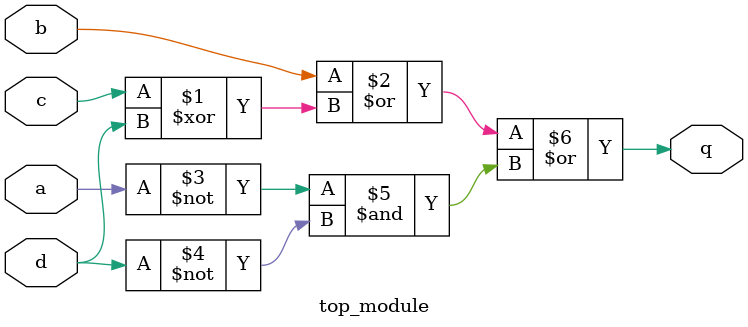
<source format=sv>
module top_module (
	input a, 
	input b, 
	input c, 
	input d,
	output q
);

    assign q = b | (c ^ d) | ((~a) & (~d));
    
endmodule

</source>
